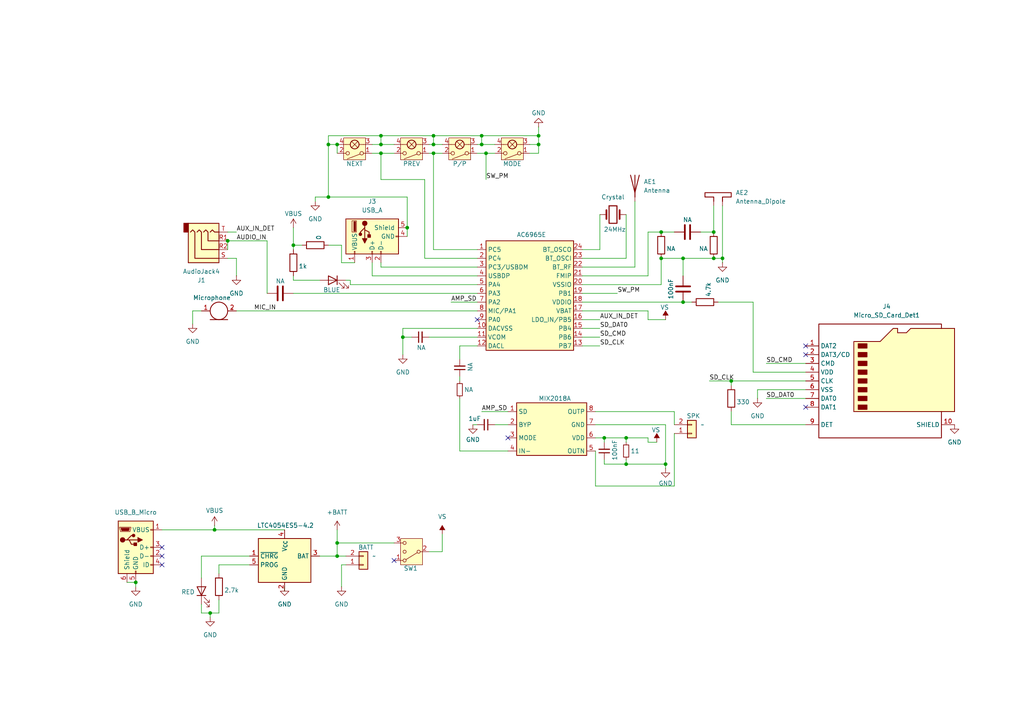
<source format=kicad_sch>
(kicad_sch (version 20231120) (generator "eeschema") (generator_version "8.0")
  (paper "A4")
  (lib_symbols
    (symbol "Battery_Management:LTC4054ES5-4.2"
      (property "Reference" "U" (at -5.842 6.604 0))
      (property "Value" "LTC4054ES5-4.2" (at 1.524 6.604 0))
      (symbol "LTC4054ES5-4.2_0_1"
        (rectangle (start -7.62 5.08) (end 7.62 -7.62) (stroke (width 0.254)) (fill (type background)))
      )
      (symbol "LTC4054ES5-4.2_1_1"
        (pin open_collector line (at -10.16 0 0) (length 2.54) (name "~{CHRG}") (number "1"))
        (pin power_in line (at 0 -10.16 90) (length 2.54) (name "GND") (number "2"))
        (pin power_out line (at 10.16 0 180) (length 2.54) (name "BAT") (number "3"))
        (pin power_in line (at 0 7.62 270) (length 2.54) (name "V_{CC}") (number "4"))
        (pin bidirectional line (at -10.16 -2.54 0) (length 2.54) (name "PROG") (number "5"))
      )
    )
    (symbol "Connector:Micro_SD_Card_Det1"
      (property "Reference" "J" (at -16.51 17.78 0))
      (property "Value" "Micro_SD_Card_Det1" (at 16.51 17.78 0))
      (symbol "Micro_SD_Card_Det1_0_1"
        (rectangle (start -7.62 -6.985) (end -5.08 -8.255) (stroke (width 0.254)) (fill (type outline)))
        (rectangle (start -7.62 -4.445) (end -5.08 -5.715) (stroke (width 0.254)) (fill (type outline)))
        (rectangle (start -7.62 -1.905) (end -5.08 -3.175) (stroke (width 0.254)) (fill (type outline)))
        (rectangle (start -7.62 0.635) (end -5.08 -0.635) (stroke (width 0.254)) (fill (type outline)))
        (rectangle (start -7.62 3.175) (end -5.08 1.905) (stroke (width 0.254)) (fill (type outline)))
        (rectangle (start -7.62 5.715) (end -5.08 4.445) (stroke (width 0.254)) (fill (type outline)))
        (rectangle (start -7.62 8.255) (end -5.08 6.985) (stroke (width 0.254)) (fill (type outline)))
        (rectangle (start -7.62 10.795) (end -5.08 9.525) (stroke (width 0.254)) (fill (type outline)))
        (polyline (pts (xy 16.51 15.24) (xy 16.51 16.51) (xy -19.05 16.51) (xy -19.05 -16.51) (xy 16.51 -16.51) (xy 16.51 -8.89)) (stroke (width 0.254)))
        (polyline (pts (xy -8.89 -8.89) (xy -8.89 11.43) (xy -1.27 11.43) (xy 2.54 15.24) (xy 3.81 15.24) (xy 3.81 13.97) (xy 6.35 13.97) (xy 7.62 15.24) (xy 20.32 15.24) (xy 20.32 -8.89) (xy -8.89 -8.89)) (stroke (width 0.254)) (fill (type background)))
      )
      (symbol "Micro_SD_Card_Det1_1_1"
        (pin bidirectional line (at -22.86 10.16 0) (length 3.81) (name "DAT2") (number "1"))
        (pin passive line (at 20.32 -12.7 180) (length 3.81) (name "SHIELD") (number "10"))
        (pin bidirectional line (at -22.86 7.62 0) (length 3.81) (name "DAT3/CD") (number "2"))
        (pin input line (at -22.86 5.08 0) (length 3.81) (name "CMD") (number "3"))
        (pin power_in line (at -22.86 2.54 0) (length 3.81) (name "VDD") (number "4"))
        (pin input line (at -22.86 0 0) (length 3.81) (name "CLK") (number "5"))
        (pin power_in line (at -22.86 -2.54 0) (length 3.81) (name "VSS") (number "6"))
        (pin bidirectional line (at -22.86 -5.08 0) (length 3.81) (name "DAT0") (number "7"))
        (pin bidirectional line (at -22.86 -7.62 0) (length 3.81) (name "DAT1") (number "8"))
        (pin passive line (at -22.86 -12.7 0) (length 3.81) (name "DET") (number "9"))
      )
    )
    (symbol "Connector:USB_A" (pin_names (offset 1.016))
      (property "Reference" "J" (at -5.08 11.43 0))
      (property "Value" "USB_A" (at -5.08 8.89 0))
      (symbol "USB_A_0_1"
        (rectangle (start -5.08 -7.62) (end 5.08 7.62) (stroke (width 0.254)) (fill (type background)))
        (circle (center -3.81 2.159) (radius 0.635) (stroke (width 0.254)) (fill (type outline)))
        (rectangle (start -1.524 4.826) (end -4.318 5.334) (fill (type outline)))
        (rectangle (start -1.27 4.572) (end -4.572 5.842))
        (circle (center -0.635 3.429) (radius 0.381) (stroke (width 0.254)) (fill (type outline)))
        (rectangle (start -0.127 -7.62) (end 0.127 -6.858))
        (polyline (pts (xy -3.175 2.159) (xy -2.54 2.159) (xy -1.27 3.429) (xy -0.635 3.429)) (stroke (width 0.254)))
        (polyline (pts (xy -2.54 2.159) (xy -1.905 2.159) (xy -1.27 0.889) (xy 0 0.889)) (stroke (width 0.254)))
        (polyline (pts (xy 0.635 2.794) (xy 0.635 1.524) (xy 1.905 2.159) (xy 0.635 2.794)) (stroke (width 0.254)) (fill (type outline)))
        (rectangle (start 0.254 1.27) (end -0.508 0.508) (stroke (width 0.254)) (fill (type outline)))
        (rectangle (start 5.08 -2.667) (end 4.318 -2.413))
        (rectangle (start 5.08 -0.127) (end 4.318 0.127))
        (rectangle (start 5.08 4.953) (end 4.318 5.207))
      )
      (symbol "USB_A_1_1"
        (polyline (pts (xy -1.905 2.159) (xy 0.635 2.159)) (stroke (width 0.254)))
        (pin power_in line (at 7.62 5.08 180) (length 2.54) (name "VBUS") (number "1"))
        (pin bidirectional line (at 7.62 -2.54 180) (length 2.54) (name "D-") (number "2"))
        (pin bidirectional line (at 7.62 0 180) (length 2.54) (name "D+") (number "3"))
        (pin power_in line (at 0 -10.16 90) (length 2.54) (name "GND") (number "4"))
        (pin passive line (at -2.54 -10.16 90) (length 2.54) (name "Shield") (number "5"))
      )
    )
    (symbol "Connector:USB_B_Micro" (pin_names (offset 1.016))
      (property "Reference" "J" (at -5.08 11.43 0))
      (property "Value" "USB_B_Micro" (at -5.08 8.89 0))
      (symbol "USB_B_Micro_0_1"
        (rectangle (start -5.08 -7.62) (end 5.08 7.62) (stroke (width 0.254)) (fill (type background)))
        (circle (center -3.81 2.159) (radius 0.635) (stroke (width 0.254)) (fill (type outline)))
        (circle (center -0.635 3.429) (radius 0.381) (stroke (width 0.254)) (fill (type outline)))
        (rectangle (start -0.127 -7.62) (end 0.127 -6.858))
        (polyline (pts (xy -1.905 2.159) (xy 0.635 2.159)) (stroke (width 0.254)))
        (polyline (pts (xy -3.175 2.159) (xy -2.54 2.159) (xy -1.27 3.429) (xy -0.635 3.429)) (stroke (width 0.254)))
        (polyline (pts (xy -2.54 2.159) (xy -1.905 2.159) (xy -1.27 0.889) (xy 0 0.889)) (stroke (width 0.254)))
        (polyline (pts (xy 0.635 2.794) (xy 0.635 1.524) (xy 1.905 2.159) (xy 0.635 2.794)) (stroke (width 0.254)) (fill (type outline)))
        (polyline (pts (xy -4.318 5.588) (xy -1.778 5.588) (xy -2.032 4.826) (xy -4.064 4.826) (xy -4.318 5.588)) (fill (type outline)))
        (polyline (pts (xy -4.699 5.842) (xy -4.699 5.588) (xy -4.445 4.826) (xy -4.445 4.572) (xy -1.651 4.572) (xy -1.651 4.826) (xy -1.397 5.588) (xy -1.397 5.842) (xy -4.699 5.842)))
        (rectangle (start 0.254 1.27) (end -0.508 0.508) (stroke (width 0.254)) (fill (type outline)))
        (rectangle (start 5.08 -5.207) (end 4.318 -4.953))
        (rectangle (start 5.08 -2.667) (end 4.318 -2.413))
        (rectangle (start 5.08 -0.127) (end 4.318 0.127))
        (rectangle (start 5.08 4.953) (end 4.318 5.207))
      )
      (symbol "USB_B_Micro_1_1"
        (pin power_out line (at 7.62 5.08 180) (length 2.54) (name "VBUS") (number "1"))
        (pin bidirectional line (at 7.62 -2.54 180) (length 2.54) (name "D-") (number "2"))
        (pin bidirectional line (at 7.62 0 180) (length 2.54) (name "D+") (number "3"))
        (pin passive line (at 7.62 -5.08 180) (length 2.54) (name "ID") (number "4"))
        (pin power_out line (at 0 -10.16 90) (length 2.54) (name "GND") (number "5"))
        (pin passive line (at -2.54 -10.16 90) (length 2.54) (name "Shield") (number "6"))
      )
    )
    (symbol "Connector_Audio:AudioJack4"
      (property "Reference" "J" (at 0 8.89 0))
      (property "Value" "AudioJack4" (at 0 6.35 0))
      (symbol "AudioJack4_0_1"
        (rectangle (start -6.35 -5.08) (end -7.62 -7.62) (stroke (width 0.254)) (fill (type outline)))
        (polyline (pts (xy 0 -5.08) (xy 0.635 -5.715) (xy 1.27 -5.08) (xy 2.54 -5.08)) (stroke (width 0.254)))
        (polyline (pts (xy -5.715 -5.08) (xy -5.08 -5.715) (xy -4.445 -5.08) (xy -4.445 2.54) (xy 2.54 2.54)) (stroke (width 0.254)))
        (polyline (pts (xy -1.905 -5.08) (xy -1.27 -5.715) (xy -0.635 -5.08) (xy -0.635 -2.54) (xy 2.54 -2.54)) (stroke (width 0.254)))
        (polyline (pts (xy 2.54 0) (xy -2.54 0) (xy -2.54 -5.08) (xy -3.175 -5.715) (xy -3.81 -5.08)) (stroke (width 0.254)))
        (rectangle (start 2.54 3.81) (end -6.35 -7.62) (stroke (width 0.254)) (fill (type background)))
      )
      (symbol "AudioJack4_1_1"
        (pin passive line (at 5.08 -2.54 180) (length 2.54) (name "~") (number "R1"))
        (pin passive line (at 5.08 0 180) (length 2.54) (name "~") (number "R2"))
        (pin passive line (at 5.08 2.54 180) (length 2.54) (name "~") (number "S"))
        (pin passive line (at 5.08 -5.08 180) (length 2.54) (name "~") (number "T"))
      )
    )
    (symbol "Connector_Generic:Conn_01x02" (pin_names (offset 1.016) hide)
      (property "Reference" "J" (at 0 2.54 0))
      (property "Value" "Conn_01x02" (at 0 -5.08 0))
      (symbol "Conn_01x02_1_1"
        (rectangle (start -1.27 -2.413) (end 0 -2.667) (stroke (width 0.1524)))
        (rectangle (start -1.27 0.127) (end 0 -0.127) (stroke (width 0.1524)))
        (rectangle (start -1.27 1.27) (end 1.27 -3.81) (stroke (width 0.254)) (fill (type background)))
        (pin passive line (at -5.08 0 0) (length 3.81) (name "Pin_1") (number "1"))
        (pin passive line (at -5.08 -2.54 0) (length 3.81) (name "Pin_2") (number "2"))
      )
    )
    (symbol "Device:Antenna" (pin_numbers hide) (pin_names (offset 1.016) hide)
      (property "Reference" "AE" (at -1.905 1.905 0))
      (property "Value" "Antenna" (at -1.905 0 0))
      (symbol "Antenna_0_1"
        (polyline (pts (xy 0 2.54) (xy 0 -3.81)) (stroke (width 0.254)))
        (polyline (pts (xy 1.27 2.54) (xy 0 -2.54) (xy -1.27 2.54)) (stroke (width 0.254)))
      )
      (symbol "Antenna_1_1"
        (pin input line (at 0 -5.08 90) (length 2.54) (name "A") (number "1"))
      )
    )
    (symbol "Device:Antenna_Dipole" (pin_numbers hide) (pin_names (offset 1.016) hide)
      (property "Reference" "AE" (at 1.27 1.27 0))
      (property "Value" "Antenna_Dipole" (at 1.27 0 0))
      (symbol "Antenna_Dipole_0_1"
        (polyline (pts (xy 2.54 -3.81) (xy 2.54 -2.54) (xy 5.08 -2.54) (xy 5.08 -1.27) (xy -2.54 -1.27) (xy -2.54 -2.54) (xy 0 -2.54) (xy 0 -3.81)) (stroke (width 0.254)))
      )
      (symbol "Antenna_Dipole_1_1"
        (pin input line (at 0 -5.08 90) (length 2.54) (name "~") (number "1"))
        (pin input line (at 2.54 -5.08 90) (length 2.54) (name "~") (number "2"))
      )
    )
    (symbol "Device:C" (pin_numbers hide) (pin_names (offset 0.254))
      (property "Reference" "C" (at 0.635 2.54 0))
      (property "Value" "C" (at 0.635 -2.54 0))
      (symbol "C_0_1"
        (polyline (pts (xy -2.032 -0.762) (xy 2.032 -0.762)) (stroke (width 0.508)))
        (polyline (pts (xy -2.032 0.762) (xy 2.032 0.762)) (stroke (width 0.508)))
      )
      (symbol "C_1_1"
        (pin passive line (at 0 3.81 270) (length 2.794) (name "~") (number "1"))
        (pin passive line (at 0 -3.81 90) (length 2.794) (name "~") (number "2"))
      )
    )
    (symbol "Device:C_Small" (pin_numbers hide) (pin_names (offset 0.254) hide)
      (property "Reference" "C" (at 0.254 1.778 0))
      (property "Value" "C_Small" (at 0.254 -2.032 0))
      (symbol "C_Small_0_1"
        (polyline (pts (xy -1.524 -0.508) (xy 1.524 -0.508)) (stroke (width 0.3302)))
        (polyline (pts (xy -1.524 0.508) (xy 1.524 0.508)) (stroke (width 0.3048)))
      )
      (symbol "C_Small_1_1"
        (pin passive line (at 0 2.54 270) (length 2.032) (name "~") (number "1"))
        (pin passive line (at 0 -2.54 90) (length 2.032) (name "~") (number "2"))
      )
    )
    (symbol "Device:Crystal" (pin_numbers hide) (pin_names (offset 1.016) hide)
      (property "Reference" "Y" (at 0 3.81 0))
      (property "Value" "Crystal" (at 0 -3.81 0))
      (symbol "Crystal_0_1"
        (rectangle (start -1.143 2.54) (end 1.143 -2.54) (stroke (width 0.3048)))
        (polyline (pts (xy -2.54 0) (xy -1.905 0)))
        (polyline (pts (xy -1.905 -1.27) (xy -1.905 1.27)) (stroke (width 0.508)))
        (polyline (pts (xy 1.905 -1.27) (xy 1.905 1.27)) (stroke (width 0.508)))
        (polyline (pts (xy 2.54 0) (xy 1.905 0)))
      )
      (symbol "Crystal_1_1"
        (pin passive line (at -3.81 0 0) (length 1.27) (name "1") (number "1"))
        (pin passive line (at 3.81 0 180) (length 1.27) (name "2") (number "2"))
      )
    )
    (symbol "Device:LED" (pin_numbers hide) (pin_names (offset 1.016) hide)
      (property "Reference" "D" (at 0 2.54 0))
      (property "Value" "LED" (at 0 -2.54 0))
      (symbol "LED_0_1"
        (polyline (pts (xy -1.27 -1.27) (xy -1.27 1.27)) (stroke (width 0.254)))
        (polyline (pts (xy -1.27 0) (xy 1.27 0)))
        (polyline (pts (xy 1.27 -1.27) (xy 1.27 1.27) (xy -1.27 0) (xy 1.27 -1.27)) (stroke (width 0.254)))
        (polyline (pts (xy -3.048 -0.762) (xy -4.572 -2.286) (xy -3.81 -2.286) (xy -4.572 -2.286) (xy -4.572 -1.524)))
        (polyline (pts (xy -1.778 -0.762) (xy -3.302 -2.286) (xy -2.54 -2.286) (xy -3.302 -2.286) (xy -3.302 -1.524)))
      )
      (symbol "LED_1_1"
        (pin passive line (at -3.81 0 0) (length 2.54) (name "K") (number "1"))
        (pin passive line (at 3.81 0 180) (length 2.54) (name "A") (number "2"))
      )
    )
    (symbol "Device:Microphone" (pin_names (offset 0.0254) hide)
      (property "Reference" "MK" (at -3.81 1.27 0))
      (property "Value" "Microphone" (at -3.81 -0.635 0))
      (symbol "Microphone_0_1"
        (polyline (pts (xy -2.54 2.54) (xy -2.54 -2.54)) (stroke (width 0.254)))
        (polyline (pts (xy 0.254 3.81) (xy 0.762 3.81)))
        (polyline (pts (xy 0.508 4.064) (xy 0.508 3.556)))
        (circle (center 0 0) (radius 2.54) (stroke (width 0.254)))
      )
      (symbol "Microphone_1_1"
        (pin passive line (at 0 -5.08 90) (length 2.54) (name "-") (number "1"))
        (pin passive line (at 0 5.08 270) (length 2.54) (name "+") (number "2"))
      )
    )
    (symbol "Device:R" (pin_numbers hide) (pin_names (offset 0))
      (property "Reference" "R" (at 2.032 0 90))
      (property "Value" "R" (at 0 0 90))
      (symbol "R_0_1"
        (rectangle (start -1.016 -2.54) (end 1.016 2.54) (stroke (width 0.254)))
      )
      (symbol "R_1_1"
        (pin passive line (at 0 3.81 270) (length 1.27) (name "~") (number "1"))
        (pin passive line (at 0 -3.81 90) (length 1.27) (name "~") (number "2"))
      )
    )
    (symbol "Device:R_Small" (pin_numbers hide) (pin_names (offset 0.254) hide)
      (property "Reference" "R" (at 0.762 0.508 0))
      (property "Value" "R_Small" (at 0.762 -1.016 0))
      (symbol "R_Small_0_1"
        (rectangle (start -0.762 1.778) (end 0.762 -1.778) (stroke (width 0.2032)))
      )
      (symbol "R_Small_1_1"
        (pin passive line (at 0 2.54 270) (length 0.762) (name "~") (number "1"))
        (pin passive line (at 0 -2.54 90) (length 0.762) (name "~") (number "2"))
      )
    )
    (symbol "MCU_SiliconLabs:EFM8UB31F40G-A-QSOP24"
      (property "Value" "AC6965E" (at -3.81 24.638 0))
      (symbol "EFM8UB31F40G-A-QSOP24_1_1"
        (rectangle (start -12.7 22.86) (end 12.7 -8.89) (stroke (width 0.254)) (fill (type background)))
        (pin bidirectional line (at -15.24 20.32 0) (length 2.54) (name "PC5") (number "1"))
        (pin bidirectional line (at -15.24 -2.54 0) (length 2.54) (name "DACVSS") (number "10"))
        (pin bidirectional line (at -15.24 -5.08 0) (length 2.54) (name "VCOM") (number "11"))
        (pin bidirectional line (at -15.24 -7.62 0) (length 2.54) (name "DACL") (number "12"))
        (pin bidirectional line (at 15.24 -7.62 180) (length 2.54) (name "PB7") (number "13"))
        (pin bidirectional line (at 15.24 -5.08 180) (length 2.54) (name "PB6") (number "14"))
        (pin bidirectional line (at 15.24 -2.54 180) (length 2.54) (name "PB4") (number "15"))
        (pin bidirectional line (at 15.24 0 180) (length 2.54) (name "LDO_IN/PB5") (number "16"))
        (pin bidirectional line (at 15.24 2.54 180) (length 2.54) (name "VBAT") (number "17"))
        (pin bidirectional line (at 15.24 5.08 180) (length 2.54) (name "VDDIO") (number "18"))
        (pin bidirectional line (at 15.24 7.62 180) (length 2.54) (name "PB1") (number "19"))
        (pin bidirectional line (at -15.24 17.78 0) (length 2.54) (name "PC4") (number "2"))
        (pin bidirectional line (at 15.24 10.16 180) (length 2.54) (name "VSSIO") (number "20"))
        (pin bidirectional line (at 15.24 12.7 180) (length 2.54) (name "FMIP") (number "21"))
        (pin bidirectional line (at 15.24 15.24 180) (length 2.54) (name "BT_RF") (number "22"))
        (pin bidirectional line (at 15.24 17.78 180) (length 2.54) (name "BT_OSCI") (number "23"))
        (pin bidirectional line (at 15.24 20.32 180) (length 2.54) (name "BT_OSCO") (number "24"))
        (pin bidirectional line (at -15.24 15.24 0) (length 2.54) (name "PC3/USBDM") (number "3"))
        (pin power_in line (at -15.24 12.7 0) (length 2.54) (name "USBDP") (number "4"))
        (pin bidirectional line (at -15.24 10.16 0) (length 2.54) (name "PA4") (number "5"))
        (pin bidirectional line (at -15.24 7.62 0) (length 2.54) (name "PA3") (number "6"))
        (pin power_in line (at -15.24 5.08 0) (length 2.54) (name "PA2") (number "7"))
        (pin power_in line (at -15.24 2.54 0) (length 2.54) (name "MIC/PA1") (number "8"))
        (pin power_in line (at -15.24 0 0) (length 2.54) (name "PA0") (number "9"))
      )
    )
    (symbol "Regulator_Controller:UC3842_SOIC8"
      (property "Reference" "U2" (at 2.1941 12.7 0))
      (property "Value" "MIX2018A" (at 2.1941 10.16 0))
      (symbol "UC3842_SOIC8_0_1"
        (rectangle (start -10.16 -7.62) (end 10.16 7.62) (stroke (width 0.254)) (fill (type background)))
      )
      (symbol "UC3842_SOIC8_1_1"
        (pin passive line (at -12.7 5.08 0) (length 2.54) (name "SD") (number "1"))
        (pin input line (at -12.7 1.27 0) (length 2.54) (name "BYP") (number "2"))
        (pin input line (at -12.7 -2.54 0) (length 2.54) (name "MODE") (number "3"))
        (pin passive line (at -12.7 -6.35 0) (length 2.54) (name "IN-") (number "4"))
        (pin power_in line (at 12.7 -6.35 180) (length 2.54) (name "OUTN") (number "5"))
        (pin output line (at 12.7 -2.54 180) (length 2.54) (name "VDD") (number "6"))
        (pin power_in line (at 12.7 1.27 180) (length 2.54) (name "GND") (number "7"))
        (pin power_out line (at 12.7 5.08 180) (length 2.54) (name "OUTP") (number "8"))
      )
    )
    (symbol "Switch:SW_SPDT_MSM" (pin_names (offset 0) hide)
      (property "Reference" "SW" (at 0 5.08 0))
      (property "Value" "SW_SPDT_MSM" (at 0 -5.08 0))
      (symbol "SW_SPDT_MSM_0_1"
        (circle (center -2.032 0) (radius 0.4572))
        (polyline (pts (xy -1.651 0.254) (xy 1.651 2.286)))
        (circle (center 2.032 -2.54) (radius 0.4572))
        (circle (center 2.032 0) (radius 0.4572))
        (circle (center 2.032 2.54) (radius 0.4572))
      )
      (symbol "SW_SPDT_MSM_1_1"
        (rectangle (start -3.175 3.81) (end 3.175 -3.81) (fill (type background)))
        (pin passive line (at 5.08 2.54 180) (length 2.54) (name "1") (number "1"))
        (pin passive line (at -5.08 0 0) (length 2.54) (name "3") (number "2"))
        (pin passive line (at 5.08 -2.54 180) (length 2.54) (name "4") (number "3"))
      )
    )
    (symbol "Switch:SW_SPST_Lamp" (pin_names (offset 1.016) hide)
      (property "Reference" "SW" (at 0 6.35 0))
      (property "Value" "SW_SPST_Lamp" (at 0 -3.81 0))
      (symbol "SW_SPST_Lamp_0_1"
        (circle (center -2.032 2.54) (radius 0.508))
        (polyline (pts (xy -2.54 0) (xy -1.27 0)))
        (polyline (pts (xy -1.524 2.794) (xy 2.159 4.191)))
        (polyline (pts (xy -0.889 -0.889) (xy 0.889 0.889)))
        (polyline (pts (xy 0.889 -0.889) (xy -0.889 0.889)))
        (polyline (pts (xy 2.54 0) (xy 1.27 0)))
        (circle (center 0 0) (radius 1.27) (stroke (width 0.254)))
        (circle (center 2.032 2.54) (radius 0.508))
        (pin passive line (at -5.08 2.54 0) (length 2.54) (name "1") (number "1"))
        (pin passive line (at 5.08 2.54 180) (length 2.54) (name "2") (number "2"))
        (pin passive line (at -5.08 0 0) (length 2.54) (name "L") (number "3"))
        (pin passive line (at 5.08 0 180) (length 2.54) (name "L") (number "4"))
      )
      (symbol "SW_SPST_Lamp_1_1"
        (rectangle (start -3.175 4.445) (end 3.175 -1.905) (fill (type background)))
      )
    )
    (symbol "power:+BATT" (power) (pin_numbers hide) (pin_names (offset 0) hide)
      (property "Value" "+BATT" (at 0 3.556 0))
      (symbol "+BATT_0_1"
        (polyline (pts (xy -0.762 1.27) (xy 0 2.54)))
        (polyline (pts (xy 0 0) (xy 0 2.54)))
        (polyline (pts (xy 0 2.54) (xy 0.762 1.27)))
      )
      (symbol "+BATT_1_1"
        (pin power_in line (at 0 0 90) (length 0) (name "~") (number "1"))
      )
    )
    (symbol "power:GND" (power) (pin_numbers hide) (pin_names (offset 0) hide)
      (property "Value" "GND" (at 0 -3.81 0))
      (symbol "GND_0_1"
        (polyline (pts (xy 0 0) (xy 0 -1.27) (xy 1.27 -1.27) (xy 0 -2.54) (xy -1.27 -1.27) (xy 0 -1.27)))
      )
      (symbol "GND_1_1"
        (pin power_in line (at 0 0 270) (length 0) (name "~") (number "1"))
      )
    )
    (symbol "power:VBUS" (power) (pin_numbers hide) (pin_names (offset 0) hide)
      (property "Value" "VBUS" (at 0 3.556 0))
      (symbol "VBUS_0_1"
        (polyline (pts (xy -0.762 1.27) (xy 0 2.54)))
        (polyline (pts (xy 0 0) (xy 0 2.54)))
        (polyline (pts (xy 0 2.54) (xy 0.762 1.27)))
      )
      (symbol "VBUS_1_1"
        (pin power_in line (at 0 0 90) (length 0) (name "~") (number "1"))
      )
    )
    (symbol "power:VS" (power) (pin_numbers hide) (pin_names (offset 0) hide)
      (property "Value" "VS" (at 0 3.556 0))
      (symbol "VS_0_1"
        (polyline (pts (xy 0 0) (xy 0 2.54)))
        (polyline (pts (xy 0.762 1.27) (xy -0.762 1.27) (xy 0 2.54) (xy 0.762 1.27)) (fill (type outline)))
      )
      (symbol "VS_1_1"
        (pin power_in line (at 0 0 90) (length 0) (name "~") (number "1"))
      )
    )
  )
  (junction (at 62.23 153.67))
  (junction (at 181.61 127))
  (junction (at 139.7 41.91))
  (junction (at 209.55 74.93))
  (junction (at 97.79 157.48))
  (junction (at 110.49 44.45))
  (junction (at 212.09 110.49))
  (junction (at 85.09 71.12))
  (junction (at 118.11 66.04))
  (junction (at 156.21 41.91))
  (junction (at 125.73 41.91))
  (junction (at 191.77 74.93))
  (junction (at 60.96 177.8))
  (junction (at 181.61 134.62))
  (junction (at 125.73 39.37))
  (junction (at 198.12 87.63))
  (junction (at 198.12 74.93))
  (junction (at 156.21 39.37))
  (junction (at 175.26 127))
  (junction (at 66.04 69.85))
  (junction (at 116.84 97.79))
  (junction (at 139.7 39.37))
  (junction (at 110.49 39.37))
  (junction (at 193.04 134.62))
  (junction (at 95.25 57.15))
  (junction (at 110.49 41.91))
  (junction (at 95.25 41.91))
  (junction (at 97.79 161.29))
  (junction (at 140.97 44.45))
  (junction (at 207.01 74.93))
  (junction (at 207.01 67.31))
  (junction (at 39.37 168.91))
  (junction (at 125.73 44.45))
  (junction (at 97.79 41.91))
  (junction (at 191.77 67.31))
  (no_connect (at 233.68 118.11))
  (no_connect (at 147.32 127))
  (no_connect (at 138.43 92.71))
  (no_connect (at 46.99 163.83))
  (no_connect (at 233.68 102.87))
  (no_connect (at 46.99 158.75))
  (no_connect (at 233.68 100.33))
  (no_connect (at 46.99 161.29))
  (no_connect (at 114.3 162.56))
  (wire (pts (xy 147.32 119.38) (xy 139.7 119.38)))
  (wire (pts (xy 140.97 52.07) (xy 140.97 44.45)))
  (wire (pts (xy 99.06 76.2) (xy 102.87 76.2)))
  (wire (pts (xy 55.88 90.17) (xy 58.42 90.17)))
  (wire (pts (xy 138.43 100.33) (xy 133.35 100.33)))
  (wire (pts (xy 97.79 153.67) (xy 97.79 157.48)))
  (wire (pts (xy 123.19 52.07) (xy 123.19 74.93)))
  (wire (pts (xy 100.33 163.83) (xy 99.06 163.83)))
  (wire (pts (xy 63.5 173.99) (xy 63.5 177.8)))
  (wire (pts (xy 193.04 134.62) (xy 193.04 135.89)))
  (wire (pts (xy 124.46 97.79) (xy 138.43 97.79)))
  (wire (pts (xy 156.21 41.91) (xy 156.21 39.37)))
  (wire (pts (xy 143.51 44.45) (xy 140.97 44.45)))
  (wire (pts (xy 156.21 44.45) (xy 156.21 41.91)))
  (wire (pts (xy 119.38 97.79) (xy 116.84 97.79)))
  (wire (pts (xy 193.04 123.19) (xy 193.04 134.62)))
  (wire (pts (xy 219.71 113.03) (xy 219.71 115.57)))
  (wire (pts (xy 77.47 69.85) (xy 77.47 85.09)))
  (wire (pts (xy 222.25 115.57) (xy 233.68 115.57)))
  (wire (pts (xy 187.96 128.27) (xy 187.96 127)))
  (wire (pts (xy 181.61 134.62) (xy 181.61 133.35)))
  (wire (pts (xy 110.49 44.45) (xy 107.95 44.45)))
  (wire (pts (xy 195.58 140.97) (xy 172.72 140.97)))
  (wire (pts (xy 128.27 44.45) (xy 125.73 44.45)))
  (wire (pts (xy 125.73 72.39) (xy 138.43 72.39)))
  (wire (pts (xy 92.71 161.29) (xy 97.79 161.29)))
  (wire (pts (xy 63.5 177.8) (xy 60.96 177.8)))
  (wire (pts (xy 191.77 82.55) (xy 168.91 82.55)))
  (wire (pts (xy 72.39 163.83) (xy 63.5 163.83)))
  (wire (pts (xy 55.88 93.98) (xy 55.88 90.17)))
  (wire (pts (xy 175.26 134.62) (xy 181.61 134.62)))
  (wire (pts (xy 107.95 76.2) (xy 107.95 80.01)))
  (wire (pts (xy 195.58 125.73) (xy 195.58 140.97)))
  (wire (pts (xy 101.6 82.55) (xy 138.43 82.55)))
  (wire (pts (xy 124.46 160.02) (xy 128.27 160.02)))
  (wire (pts (xy 218.44 107.95) (xy 233.68 107.95)))
  (wire (pts (xy 39.37 170.18) (xy 39.37 168.91)))
  (wire (pts (xy 181.61 62.23) (xy 181.61 74.93)))
  (wire (pts (xy 156.21 39.37) (xy 139.7 39.37)))
  (wire (pts (xy 110.49 52.07) (xy 110.49 44.45)))
  (wire (pts (xy 207.01 59.69) (xy 207.01 67.31)))
  (wire (pts (xy 212.09 119.38) (xy 212.09 123.19)))
  (wire (pts (xy 85.09 72.39) (xy 85.09 71.12)))
  (wire (pts (xy 181.61 134.62) (xy 193.04 134.62)))
  (wire (pts (xy 85.09 71.12) (xy 87.63 71.12)))
  (wire (pts (xy 187.96 127) (xy 181.61 127)))
  (wire (pts (xy 85.09 85.09) (xy 138.43 85.09)))
  (wire (pts (xy 208.28 87.63) (xy 218.44 87.63)))
  (wire (pts (xy 110.49 52.07) (xy 123.19 52.07)))
  (wire (pts (xy 222.25 105.41) (xy 233.68 105.41)))
  (wire (pts (xy 133.35 100.33) (xy 133.35 104.14)))
  (wire (pts (xy 85.09 66.04) (xy 85.09 71.12)))
  (wire (pts (xy 92.71 81.28) (xy 85.09 81.28)))
  (wire (pts (xy 184.15 77.47) (xy 184.15 58.42)))
  (wire (pts (xy 175.26 127) (xy 181.61 127)))
  (wire (pts (xy 101.6 81.28) (xy 101.6 82.55)))
  (wire (pts (xy 46.99 153.67) (xy 62.23 153.67)))
  (wire (pts (xy 139.7 41.91) (xy 139.7 39.37)))
  (wire (pts (xy 85.09 81.28) (xy 85.09 80.01)))
  (wire (pts (xy 181.61 127) (xy 181.61 128.27)))
  (wire (pts (xy 168.91 80.01) (xy 187.96 80.01)))
  (wire (pts (xy 203.2 67.31) (xy 207.01 67.31)))
  (wire (pts (xy 82.55 171.45) (xy 82.55 170.18)))
  (wire (pts (xy 116.84 97.79) (xy 116.84 102.87)))
  (wire (pts (xy 209.55 74.93) (xy 209.55 76.2)))
  (wire (pts (xy 36.83 168.91) (xy 39.37 168.91)))
  (wire (pts (xy 156.21 39.37) (xy 156.21 36.83)))
  (wire (pts (xy 125.73 44.45) (xy 124.46 44.45)))
  (wire (pts (xy 68.58 74.93) (xy 68.58 80.01)))
  (wire (pts (xy 175.26 134.62) (xy 175.26 133.35)))
  (wire (pts (xy 187.96 92.71) (xy 187.96 90.17)))
  (wire (pts (xy 66.04 72.39) (xy 66.04 69.85)))
  (wire (pts (xy 97.79 44.45) (xy 97.79 41.91)))
  (wire (pts (xy 233.68 113.03) (xy 219.71 113.03)))
  (wire (pts (xy 133.35 130.81) (xy 147.32 130.81)))
  (wire (pts (xy 175.26 127) (xy 175.26 128.27)))
  (wire (pts (xy 193.04 123.19) (xy 172.72 123.19)))
  (wire (pts (xy 95.25 71.12) (xy 99.06 71.12)))
  (wire (pts (xy 195.58 123.19) (xy 195.58 119.38)))
  (wire (pts (xy 95.25 57.15) (xy 95.25 41.91)))
  (wire (pts (xy 118.11 66.04) (xy 118.11 57.15)))
  (wire (pts (xy 187.96 80.01) (xy 187.96 67.31)))
  (wire (pts (xy 153.67 44.45) (xy 156.21 44.45)))
  (wire (pts (xy 168.91 87.63) (xy 198.12 87.63)))
  (wire (pts (xy 195.58 119.38) (xy 172.72 119.38)))
  (wire (pts (xy 118.11 68.58) (xy 118.11 66.04)))
  (wire (pts (xy 168.91 92.71) (xy 173.99 92.71)))
  (wire (pts (xy 99.06 76.2) (xy 99.06 71.12)))
  (wire (pts (xy 114.3 41.91) (xy 110.49 41.91)))
  (wire (pts (xy 173.99 95.25) (xy 168.91 95.25)))
  (wire (pts (xy 198.12 74.93) (xy 207.01 74.93)))
  (wire (pts (xy 66.04 69.85) (xy 77.47 69.85)))
  (wire (pts (xy 139.7 39.37) (xy 125.73 39.37)))
  (wire (pts (xy 66.04 74.93) (xy 68.58 74.93)))
  (wire (pts (xy 168.91 77.47) (xy 184.15 77.47)))
  (wire (pts (xy 110.49 41.91) (xy 110.49 39.37)))
  (wire (pts (xy 143.51 41.91) (xy 139.7 41.91)))
  (wire (pts (xy 172.72 127) (xy 175.26 127)))
  (wire (pts (xy 125.73 39.37) (xy 110.49 39.37)))
  (wire (pts (xy 191.77 74.93) (xy 198.12 74.93)))
  (wire (pts (xy 125.73 41.91) (xy 124.46 41.91)))
  (wire (pts (xy 138.43 95.25) (xy 116.84 95.25)))
  (wire (pts (xy 125.73 44.45) (xy 125.73 72.39)))
  (wire (pts (xy 118.11 57.15) (xy 95.25 57.15)))
  (wire (pts (xy 97.79 157.48) (xy 114.3 157.48)))
  (wire (pts (xy 100.33 81.28) (xy 101.6 81.28)))
  (wire (pts (xy 212.09 111.76) (xy 212.09 110.49)))
  (wire (pts (xy 173.99 100.33) (xy 168.91 100.33)))
  (wire (pts (xy 82.55 153.67) (xy 62.23 153.67)))
  (wire (pts (xy 91.44 57.15) (xy 95.25 57.15)))
  (wire (pts (xy 181.61 74.93) (xy 168.91 74.93)))
  (wire (pts (xy 209.55 59.69) (xy 209.55 74.93)))
  (wire (pts (xy 128.27 154.94) (xy 128.27 160.02)))
  (wire (pts (xy 123.19 74.93) (xy 138.43 74.93)))
  (wire (pts (xy 209.55 74.93) (xy 207.01 74.93)))
  (wire (pts (xy 97.79 41.91) (xy 95.25 41.91)))
  (wire (pts (xy 187.96 90.17) (xy 168.91 90.17)))
  (wire (pts (xy 62.23 152.4) (xy 62.23 153.67)))
  (wire (pts (xy 173.99 97.79) (xy 168.91 97.79)))
  (wire (pts (xy 114.3 44.45) (xy 110.49 44.45)))
  (wire (pts (xy 168.91 85.09) (xy 179.07 85.09)))
  (wire (pts (xy 99.06 163.83) (xy 99.06 170.18)))
  (wire (pts (xy 72.39 161.29) (xy 58.42 161.29)))
  (wire (pts (xy 218.44 87.63) (xy 218.44 107.95)))
  (wire (pts (xy 198.12 87.63) (xy 200.66 87.63)))
  (wire (pts (xy 130.81 87.63) (xy 138.43 87.63)))
  (wire (pts (xy 107.95 80.01) (xy 138.43 80.01)))
  (wire (pts (xy 205.74 110.49) (xy 212.09 110.49)))
  (wire (pts (xy 143.51 123.19) (xy 147.32 123.19)))
  (wire (pts (xy 95.25 41.91) (xy 95.25 39.37)))
  (wire (pts (xy 133.35 115.57) (xy 133.35 130.81)))
  (wire (pts (xy 125.73 41.91) (xy 125.73 39.37)))
  (wire (pts (xy 128.27 41.91) (xy 125.73 41.91)))
  (wire (pts (xy 212.09 110.49) (xy 233.68 110.49)))
  (wire (pts (xy 91.44 58.42) (xy 91.44 57.15)))
  (wire (pts (xy 233.68 123.19) (xy 212.09 123.19)))
  (wire (pts (xy 173.99 62.23) (xy 173.99 72.39)))
  (wire (pts (xy 110.49 39.37) (xy 95.25 39.37)))
  (wire (pts (xy 153.67 41.91) (xy 156.21 41.91)))
  (wire (pts (xy 137.16 123.19) (xy 138.43 123.19)))
  (wire (pts (xy 172.72 140.97) (xy 172.72 130.81)))
  (wire (pts (xy 110.49 76.2) (xy 110.49 77.47)))
  (wire (pts (xy 58.42 177.8) (xy 60.96 177.8)))
  (wire (pts (xy 97.79 157.48) (xy 97.79 161.29)))
  (wire (pts (xy 63.5 163.83) (xy 63.5 166.37)))
  (wire (pts (xy 58.42 175.26) (xy 58.42 177.8)))
  (wire (pts (xy 193.04 92.71) (xy 187.96 92.71)))
  (wire (pts (xy 58.42 161.29) (xy 58.42 167.64)))
  (wire (pts (xy 116.84 95.25) (xy 116.84 97.79)))
  (wire (pts (xy 173.99 72.39) (xy 168.91 72.39)))
  (wire (pts (xy 60.96 179.07) (xy 60.96 177.8)))
  (wire (pts (xy 97.79 161.29) (xy 100.33 161.29)))
  (wire (pts (xy 68.58 90.17) (xy 138.43 90.17)))
  (wire (pts (xy 133.35 109.22) (xy 133.35 110.49)))
  (wire (pts (xy 110.49 41.91) (xy 107.95 41.91)))
  (wire (pts (xy 66.04 67.31) (xy 68.58 67.31)))
  (wire (pts (xy 198.12 74.93) (xy 198.12 80.01)))
  (wire (pts (xy 190.5 128.27) (xy 187.96 128.27)))
  (wire (pts (xy 187.96 67.31) (xy 191.77 67.31)))
  (wire (pts (xy 191.77 67.31) (xy 195.58 67.31)))
  (wire (pts (xy 139.7 41.91) (xy 138.43 41.91)))
  (wire (pts (xy 191.77 74.93) (xy 191.77 82.55)))
  (wire (pts (xy 110.49 77.47) (xy 138.43 77.47)))
  (wire (pts (xy 138.43 44.45) (xy 140.97 44.45)))
  (label "SD_CMD" (at 222.25 105.41 0))
  (label "MIC_IN" (at 73.66 90.17 0))
  (label "SD_DAT0" (at 173.99 95.25 0))
  (label "SD_CLK" (at 173.99 100.33 0))
  (label "AUX_IN_DET" (at 173.99 92.71 0))
  (label "AUX_IN_DET" (at 68.58 67.31 0))
  (label "SD_CMD" (at 173.99 97.79 0))
  (label "AUDIO_IN" (at 68.58 69.85 0))
  (label "SD_DAT0" (at 222.25 115.57 0))
  (label "SW_PM" (at 140.97 52.07 0))
  (label "SW_PM" (at 179.07 85.09 0))
  (label "AMP_SD" (at 130.81 87.63 0))
  (label "AMP_SD" (at 139.7 119.38 0))
  (label "SD_CLK" (at 205.74 110.49 0))
  (symbol (lib_id "power:GND") (at 68.58 80.01 0) (unit 1)
    (property "Reference" "#PWR014" (effects (hide yes)))
    (property "Value" "GND" (at 68.58 85.09 0))
    (property "Description" "Power symbol creates a global label with name \"GND\" , ground" (effects (hide yes)))
  )
  (symbol (lib_id "Device:C_Small") (at 133.35 106.68 180) (unit 1)
    (property "Reference" "C4" (effects (hide yes)))
    (property "Value" "NA" (at 136.398 106.426 90))
    (property "Description" "Unpolarized capacitor, small symbol" (effects (hide yes)))
  )
  (symbol (lib_id "Device:Microphone") (at 63.5 90.17 270) (mirror x) (unit 1)
    (property "Reference" "MK1" (effects (hide yes)))
    (property "Value" "Microphone" (at 61.468 86.36 90))
    (property "Description" "Microphone" (effects (hide yes)))
  )
  (symbol (lib_id "power:GND") (at 116.84 102.87 0) (unit 1)
    (property "Reference" "#PWR016" (effects (hide yes)))
    (property "Value" "GND" (at 116.84 107.95 0))
    (property "Description" "Power symbol creates a global label with name \"GND\" , ground" (effects (hide yes)))
  )
  (symbol (lib_id "Device:LED") (at 96.52 81.28 0) (mirror y) (unit 1)
    (property "Reference" "BLUE" (at 93.726 84.074 0) (effects (justify right)))
    (property "Value" "LED" (effects (hide yes)))
    (property "Description" "Light emitting diode" (effects (hide yes)))
  )
  (symbol (lib_id "Device:R") (at 91.44 71.12 90) (unit 1)
    (property "Reference" "R7" (effects (hide yes)))
    (property "Value" "0" (at 92.456 69.596 0) (effects (justify left)))
    (property "Description" "Resistor" (effects (hide yes)))
  )
  (symbol (lib_id "power:GND") (at 91.44 58.42 0) (unit 1)
    (property "Reference" "#PWR012" (effects (hide yes)))
    (property "Value" "GND" (at 91.44 63.5 0))
    (property "Description" "Power symbol creates a global label with name \"GND\" , ground" (effects (hide yes)))
  )
  (symbol (lib_id "Device:R") (at 204.47 87.63 90) (unit 1)
    (property "Reference" "R5" (effects (hide yes)))
    (property "Value" "4.7k" (at 205.486 86.106 0) (effects (justify left)))
    (property "Description" "Resistor" (effects (hide yes)))
  )
  (symbol (lib_id "Switch:SW_SPST_Lamp") (at 133.35 41.91 180) (unit 1)
    (property "Reference" "P/P" (at 133.35 47.498 0))
    (property "Value" "SW_SPST_Lamp" (effects (hide yes)))
    (property "Description" "Single Pole Single Throw (SPST) switch with signal lamp, generic" (effects (hide yes)))
  )
  (symbol (lib_id "power:GND") (at 39.37 170.18 0) (unit 1)
    (property "Reference" "#PWR01" (effects (hide yes)))
    (property "Value" "GND" (at 39.37 175.26 0))
    (property "Description" "Power symbol creates a global label with name \"GND\" , ground" (effects (hide yes)))
  )
  (symbol (lib_id "MCU_SiliconLabs:EFM8UB31F40G-A-QSOP24") (at 153.67 92.71 0) (unit 1)
    (property "Reference" "U3" (effects (hide yes)))
    (property "Value" "AC6965E" (at 149.86 68.072 0) (effects (justify left)))
  )
  (symbol (lib_id "Device:C") (at 199.39 67.31 90) (unit 1)
    (property "Reference" "C1" (effects (hide yes)))
    (property "Value" "NA" (at 199.39 63.754 90))
    (property "Description" "Unpolarized capacitor" (effects (hide yes)))
  )
  (symbol (lib_id "Regulator_Controller:UC3842_SOIC8") (at 160.02 124.46 0) (unit 1)
    (property "Reference" "U2" (effects (hide yes)))
    (property "Value" "MIX2018A" (at 156.21 115.57 0) (effects (justify left)))
    (property "Footprint" "Package_SO:SOIC-8_3.9x4.9mm_P1.27mm" (effects (hide yes)))
    (property "Datasheet" "http://www.ti.com/lit/ds/symlink/uc3842.pdf" (effects (hide yes)))
    (property "Description" "Current-Mode PWM Controllers, 100% Duty Cycle, 16V/10V UVLO, SOIC-8" (effects (hide yes)))
  )
  (symbol (lib_id "Switch:SW_SPST_Lamp") (at 119.38 41.91 180) (unit 1)
    (property "Reference" "PREV" (at 119.38 47.498 0))
    (property "Value" "SW_SPST_Lamp" (effects (hide yes)))
    (property "Description" "Single Pole Single Throw (SPST) switch with signal lamp, generic" (effects (hide yes)))
  )
  (symbol (lib_id "power:GND") (at 276.86 123.19 0) (unit 1)
    (property "Reference" "#PWR015" (effects (hide yes)))
    (property "Value" "GND" (at 276.86 128.27 0))
    (property "Description" "Power symbol creates a global label with name \"GND\" , ground" (effects (hide yes)))
  )
  (symbol (lib_id "power:GND") (at 193.04 135.89 0) (unit 1)
    (property "Reference" "#PWR018" (effects (hide yes)))
    (property "Value" "GND" (at 193.04 140.208 0))
    (property "Description" "Power symbol creates a global label with name \"GND\" , ground" (effects (hide yes)))
  )
  (symbol (lib_id "Device:R") (at 212.09 115.57 0) (unit 1)
    (property "Reference" "R6" (effects (hide yes)))
    (property "Value" "330" (at 213.614 116.586 0) (effects (justify left)))
    (property "Description" "Resistor" (effects (hide yes)))
  )
  (symbol (lib_id "Device:R") (at 63.5 170.18 0) (unit 1)
    (property "Reference" "R1" (effects (hide yes)))
    (property "Value" "2.7k" (at 65.024 171.196 0) (effects (justify left)))
    (property "Description" "Resistor" (effects (hide yes)))
  )
  (symbol (lib_id "power:VBUS") (at 85.09 66.04 0) (unit 1)
    (property "Reference" "#PWR09" (effects (hide yes)))
    (property "Value" "VBUS" (at 85.09 61.976 0))
    (property "Description" "Power symbol creates a global label with name \"VBUS\"" (effects (hide yes)))
  )
  (symbol (lib_id "Connector:Micro_SD_Card_Det1") (at 256.54 110.49 0) (unit 1)
    (property "Reference" "J4" (at 257.175 88.9 0))
    (property "Value" "Micro_SD_Card_Det1" (at 257.175 91.44 0))
    (property "Datasheet" "https://datasheet.lcsc.com/lcsc/2110151630_XKB-Connectivity-XKTF-015-N_C381082.pdf" (effects (hide yes)))
    (property "Description" "Micro SD Card Socket with one card detection pin" (effects (hide yes)))
  )
  (symbol (lib_id "Switch:SW_SPST_Lamp") (at 148.59 41.91 180) (unit 1)
    (property "Reference" "MODE" (at 148.59 47.498 0))
    (property "Value" "SW_SPST_Lamp" (effects (hide yes)))
    (property "Description" "Single Pole Single Throw (SPST) switch with signal lamp, generic" (effects (hide yes)))
  )
  (symbol (lib_id "power:VS") (at 190.5 128.27 0) (unit 1)
    (property "Reference" "#PWR019" (effects (hide yes)))
    (property "Value" "VS" (at 190.246 124.714 0))
    (property "Description" "Power symbol creates a global label with name \"VS\"" (effects (hide yes)))
  )
  (symbol (lib_id "Device:C") (at 81.28 85.09 90) (unit 1)
    (property "Reference" "C3" (effects (hide yes)))
    (property "Value" "NA" (at 81.28 81.534 90))
    (property "Description" "Unpolarized capacitor" (effects (hide yes)))
  )
  (symbol (lib_id "power:GND") (at 209.55 76.2 0) (unit 1)
    (property "Reference" "#PWR08" (effects (hide yes)))
    (property "Value" "GND" (at 209.55 81.28 0))
    (property "Description" "Power symbol creates a global label with name \"GND\" , ground" (effects (hide yes)))
  )
  (symbol (lib_id "power:GND") (at 60.96 179.07 0) (unit 1)
    (property "Reference" "#PWR04" (effects (hide yes)))
    (property "Value" "GND" (at 60.96 184.15 0))
    (property "Description" "Power symbol creates a global label with name \"GND\" , ground" (effects (hide yes)))
  )
  (symbol (lib_id "power:VBUS") (at 62.23 152.4 0) (unit 1)
    (property "Reference" "#PWR05" (effects (hide yes)))
    (property "Value" "VBUS" (at 62.23 148.082 0))
    (property "Description" "Power symbol creates a global label with name \"VBUS\"" (effects (hide yes)))
  )
  (symbol (lib_id "Device:R") (at 207.01 71.12 0) (unit 1)
    (property "Reference" "R3" (effects (hide yes)))
    (property "Value" "NA" (at 202.692 72.136 0) (effects (justify left)))
    (property "Description" "Resistor" (effects (hide yes)))
  )
  (symbol (lib_id "Battery_Management:LTC4054ES5-4.2") (at 82.55 161.29 0) (unit 1)
    (property "Reference" "U1" (effects (hide yes)))
    (property "Value" "LTC4054ES5-4.2" (at 82.804 152.4 0))
    (property "Footprint" "Package_TO_SOT_SMD:TSOT-23-5" (effects (hide yes)))
    (property "Datasheet" "https://www.analog.com/media/en/technical-documentation/data-sheets/405442xf.pdf" (effects (hide yes)))
    (property "Description" "Constant-current/constant-voltage linear charger for single cell lithium-ion batteries with 2.9V Trickle Charge, 4.5V to 6.5V VDD, -40 to +85 degree Celsius, TSOT-23-5" (effects (hide yes)))
  )
  (symbol (lib_id "Device:Antenna_Dipole") (at 207.01 54.61 0) (unit 1)
    (property "Reference" "AE2" (at 213.36 55.8799 0) (effects (justify left)))
    (property "Value" "Antenna_Dipole" (at 213.36 58.4199 0) (effects (justify left)))
    (property "Description" "Dipole antenna" (effects (hide yes)))
  )
  (symbol (lib_id "Device:Antenna") (at 184.15 53.34 0) (unit 1)
    (property "Reference" "AE1" (at 186.69 52.7049 0) (effects (justify left)))
    (property "Value" "Antenna" (at 186.69 55.2449 0) (effects (justify left)))
    (property "Description" "Antenna" (effects (hide yes)))
  )
  (symbol (lib_id "power:GND") (at 82.55 170.18 0) (unit 1)
    (property "Reference" "#PWR03" (effects (hide yes)))
    (property "Value" "GND" (at 82.55 175.26 0))
    (property "Description" "Power symbol creates a global label with name \"GND\" , ground" (effects (hide yes)))
  )
  (symbol (lib_id "Device:R_Small") (at 181.61 130.81 0) (unit 1)
    (property "Reference" "R9" (effects (hide yes)))
    (property "Value" "11" (at 182.88 130.81 0) (effects (justify left)))
    (property "Description" "Resistor, small symbol" (effects (hide yes)))
  )
  (symbol (lib_id "power:+BATT") (at 97.79 153.67 0) (unit 1)
    (property "Reference" "#PWR06" (effects (hide yes)))
    (property "Value" "+BATT" (at 97.79 148.59 0))
    (property "Description" "Power symbol creates a global label with name \"+BATT\"" (effects (hide yes)))
  )
  (symbol (lib_id "power:GND") (at 137.16 123.19 0) (unit 1)
    (property "Reference" "#PWR020" (effects (hide yes)))
    (property "Value" "GND" (at 137.16 127.508 0))
    (property "Description" "Power symbol creates a global label with name \"GND\" , ground" (effects (hide yes)))
  )
  (symbol (lib_id "Connector:USB_A") (at 107.95 68.58 90) (mirror x) (unit 1)
    (property "Reference" "J3" (at 107.95 58.42 90))
    (property "Value" "USB_A" (at 107.95 60.96 90))
    (property "Description" "USB Type A connector" (effects (hide yes)))
  )
  (symbol (lib_id "power:VS") (at 128.27 154.94 0) (unit 1)
    (property "Reference" "#PWR07" (effects (hide yes)))
    (property "Value" "VS" (at 128.27 149.86 0))
    (property "Description" "Power symbol creates a global label with name \"VS\"" (effects (hide yes)))
  )
  (symbol (lib_id "Connector_Generic:Conn_01x02") (at 105.41 163.83 0) (mirror x) (unit 1)
    (property "Reference" "BATT" (at 103.886 158.75 0) (effects (justify left)))
    (property "Value" "~" (at 107.95 161.2901 0) (effects (justify left)))
    (property "Description" "Generic connector, single row, 01x02, script generated (kicad-library-utils/schlib/autogen/connector/)" (effects (hide yes)))
  )
  (symbol (lib_id "Device:R") (at 85.09 76.2 0) (unit 1)
    (property "Reference" "R4" (effects (hide yes)))
    (property "Value" "1k" (at 86.614 77.216 0) (effects (justify left)))
    (property "Description" "Resistor" (effects (hide yes)))
  )
  (symbol (lib_id "Device:R_Small") (at 133.35 113.03 0) (unit 1)
    (property "Reference" "R8" (effects (hide yes)))
    (property "Value" "NA" (at 134.62 113.03 0) (effects (justify left)))
    (property "Description" "Resistor, small symbol" (effects (hide yes)))
  )
  (symbol (lib_id "Connector_Audio:AudioJack4") (at 60.96 72.39 0) (mirror x) (unit 1)
    (property "Reference" "J1" (at 58.42 81.28 0))
    (property "Value" "AudioJack4" (at 58.42 78.74 0))
    (property "Description" "Audio Jack, 4 Poles (TRRS)" (effects (hide yes)))
  )
  (symbol (lib_id "Device:C_Small") (at 175.26 130.81 180) (unit 1)
    (property "Reference" "C6" (effects (hide yes)))
    (property "Value" "100nF" (at 178.308 130.556 90))
    (property "Description" "Unpolarized capacitor, small symbol" (effects (hide yes)))
  )
  (symbol (lib_id "Device:LED") (at 58.42 171.45 90) (unit 1)
    (property "Reference" "RED" (at 52.578 171.704 90) (effects (justify right)))
    (property "Value" "LED" (effects (hide yes)))
    (property "Description" "Light emitting diode" (effects (hide yes)))
  )
  (symbol (lib_id "power:GND") (at 219.71 115.57 0) (unit 1)
    (property "Reference" "#PWR017" (effects (hide yes)))
    (property "Value" "GND" (at 219.71 120.65 0))
    (property "Description" "Power symbol creates a global label with name \"GND\" , ground" (effects (hide yes)))
  )
  (symbol (lib_id "Device:C") (at 198.12 83.82 180) (unit 1)
    (property "Reference" "C2" (effects (hide yes)))
    (property "Value" "100nF" (at 194.564 83.82 90))
    (property "Description" "Unpolarized capacitor" (effects (hide yes)))
  )
  (symbol (lib_id "Connector_Generic:Conn_01x02") (at 200.66 125.73 0) (mirror x) (unit 1)
    (property "Reference" "SPK" (at 199.136 120.65 0) (effects (justify left)))
    (property "Value" "~" (at 203.2 123.1901 0) (effects (justify left)))
    (property "Description" "Generic connector, single row, 01x02, script generated (kicad-library-utils/schlib/autogen/connector/)" (effects (hide yes)))
  )
  (symbol (lib_id "Device:Crystal") (at 177.8 62.23 0) (unit 1)
    (property "Reference" "24MHz" (at 178.308 66.548 0))
    (property "Value" "Crystal" (at 177.8 57.15 0))
    (property "Description" "Two pin crystal" (effects (hide yes)))
  )
  (symbol (lib_id "Device:C_Small") (at 140.97 123.19 270) (unit 1)
    (property "Reference" "C7" (effects (hide yes)))
    (property "Value" "1uF" (at 137.668 121.412 90))
    (property "Description" "Unpolarized capacitor, small symbol" (effects (hide yes)))
  )
  (symbol (lib_id "power:GND") (at 156.21 36.83 180) (unit 1)
    (property "Reference" "#PWR011" (effects (hide yes)))
    (property "Value" "GND" (at 156.21 32.766 0))
    (property "Description" "Power symbol creates a global label with name \"GND\" , ground" (effects (hide yes)))
  )
  (symbol (lib_id "Connector:USB_B_Micro") (at 39.37 158.75 0) (unit 1)
    (property "Reference" "J2" (effects (hide yes)))
    (property "Value" "USB_B_Micro" (at 39.37 148.59 0))
    (property "Description" "USB Micro Type B connector" (effects (hide yes)))
  )
  (symbol (lib_id "power:VS") (at 193.04 92.71 0) (unit 1)
    (property "Reference" "#PWR013" (effects (hide yes)))
    (property "Value" "VS" (at 192.786 89.154 0))
    (property "Description" "Power symbol creates a global label with name \"VS\"" (effects (hide yes)))
  )
  (symbol (lib_id "Switch:SW_SPST_Lamp") (at 102.87 41.91 180) (unit 1)
    (property "Reference" "NEXT" (at 102.87 47.498 0))
    (property "Value" "SW_SPST_Lamp" (effects (hide yes)))
    (property "Description" "Single Pole Single Throw (SPST) switch with signal lamp, generic" (effects (hide yes)))
  )
  (symbol (lib_id "Device:R") (at 191.77 71.12 0) (unit 1)
    (property "Reference" "R2" (effects (hide yes)))
    (property "Value" "NA" (at 193.294 72.136 0) (effects (justify left)))
    (property "Description" "Resistor" (effects (hide yes)))
  )
  (symbol (lib_id "power:GND") (at 99.06 170.18 0) (unit 1)
    (property "Reference" "#PWR02" (effects (hide yes)))
    (property "Value" "GND" (at 99.06 175.26 0))
    (property "Description" "Power symbol creates a global label with name \"GND\" , ground" (effects (hide yes)))
  )
  (symbol (lib_id "Device:C_Small") (at 121.92 97.79 90) (unit 1)
    (property "Reference" "C5" (effects (hide yes)))
    (property "Value" "NA" (at 122.174 100.838 90))
    (property "Description" "Unpolarized capacitor, small symbol" (effects (hide yes)))
  )
  (symbol (lib_id "power:GND") (at 55.88 93.98 0) (unit 1)
    (property "Reference" "#PWR010" (effects (hide yes)))
    (property "Value" "GND" (at 55.88 99.06 0))
    (property "Description" "Power symbol creates a global label with name \"GND\" , ground" (effects (hide yes)))
  )
  (symbol (lib_id "Switch:SW_SPDT_MSM") (at 119.38 160.02 180) (unit 1)
    (property "Reference" "SW1" (at 119.126 164.846 0))
    (property "Value" "SW_SPDT_MSM" (effects (hide yes)))
    (property "Description" "Switch, single pole double throw, center OFF position" (effects (hide yes)))
  )
)
</source>
